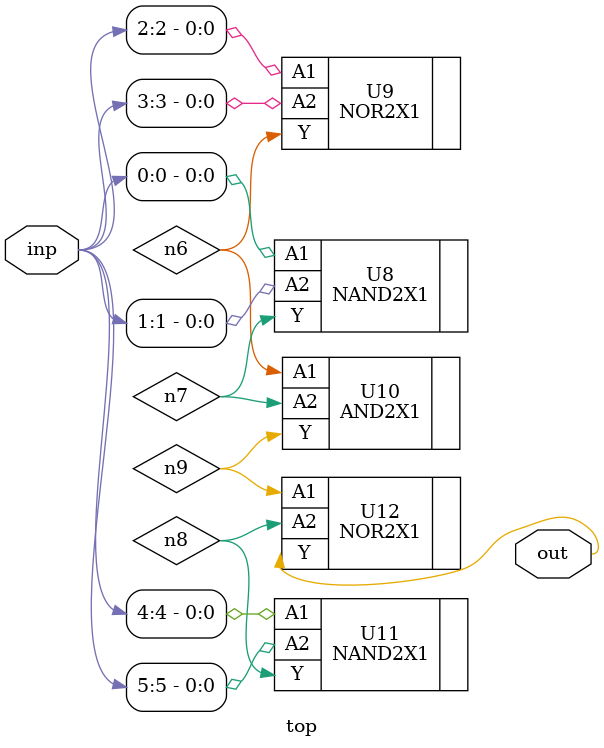
<source format=sv>


module top ( inp, out );
  input [5:0] inp;
  output out;
  wire   n6, n7, n8, n9;

  NAND2X1 U8 ( .A1(inp[0]), .A2(inp[1]), .Y(n7) );
  NOR2X1 U9 ( .A1(inp[2]), .A2(inp[3]), .Y(n6) );
  AND2X1 U10 ( .A1(n6), .A2(n7), .Y(n9) );
  NAND2X1 U11 ( .A1(inp[4]), .A2(inp[5]), .Y(n8) );
  NOR2X1 U12 ( .A1(n9), .A2(n8), .Y(out) );
endmodule


</source>
